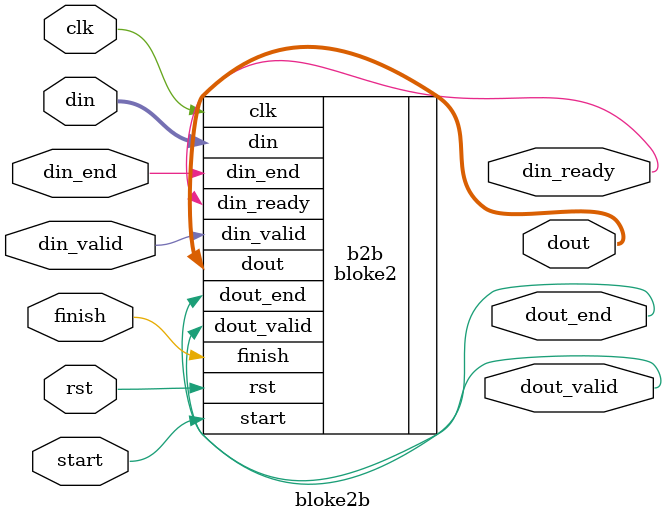
<source format=v>
module bloke2b (
	input        clk,
	input        rst,

	input        start,
	input        finish,

	input  [7:0] din,
	input        din_valid,
	output       din_ready,
	input        din_end,

	output [7:0] dout,
	output       dout_valid,
	output       dout_end
);

	bloke2 #(
		.W(64),
		.R0(32),
		.R1(24),
		.R2(16),
		.R3(63),
		.ROUNDS(12),
		.IV(512'h6A09E667F3BCC908BB67AE8584CAA73B3C6EF372FE94F82BA54FF53A5F1D36F1510E527FADE682D19B05688C2B3E6C1F1F83D9ABFB41BD6B5BE0CD19137E2179)
	) b2b (
		.clk(clk),
		.rst(rst),

		.start(start),
		.finish(finish),

		.din(din),
		.din_valid(din_valid),
		.din_ready(din_ready),
		.din_end(din_end),

		.dout(dout),
		.dout_valid(dout_valid),
		.dout_end(dout_end)
	);

endmodule


</source>
